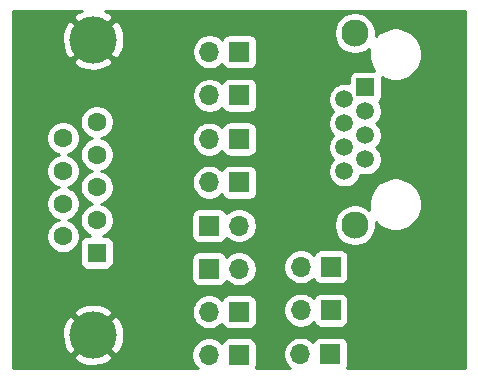
<source format=gbr>
%TF.GenerationSoftware,KiCad,Pcbnew,(5.1.10-1-10_14)*%
%TF.CreationDate,2021-06-16T22:39:50-07:00*%
%TF.ProjectId,XDS-Analog-to-StudioHub,5844532d-416e-4616-9c6f-672d746f2d53,rev?*%
%TF.SameCoordinates,Original*%
%TF.FileFunction,Copper,L2,Bot*%
%TF.FilePolarity,Positive*%
%FSLAX46Y46*%
G04 Gerber Fmt 4.6, Leading zero omitted, Abs format (unit mm)*
G04 Created by KiCad (PCBNEW (5.1.10-1-10_14)) date 2021-06-16 22:39:50*
%MOMM*%
%LPD*%
G01*
G04 APERTURE LIST*
%TA.AperFunction,ComponentPad*%
%ADD10R,1.500000X1.500000*%
%TD*%
%TA.AperFunction,ComponentPad*%
%ADD11C,1.500000*%
%TD*%
%TA.AperFunction,ComponentPad*%
%ADD12C,2.300000*%
%TD*%
%TA.AperFunction,ComponentPad*%
%ADD13O,1.700000X1.700000*%
%TD*%
%TA.AperFunction,ComponentPad*%
%ADD14R,1.700000X1.700000*%
%TD*%
%TA.AperFunction,ComponentPad*%
%ADD15R,1.600000X1.600000*%
%TD*%
%TA.AperFunction,ComponentPad*%
%ADD16C,1.600000*%
%TD*%
%TA.AperFunction,ComponentPad*%
%ADD17C,4.000000*%
%TD*%
%TA.AperFunction,Conductor*%
%ADD18C,0.254000*%
%TD*%
%TA.AperFunction,Conductor*%
%ADD19C,0.100000*%
%TD*%
G04 APERTURE END LIST*
D10*
%TO.P,J1,1*%
%TO.N,Net-(J1-Pad1)*%
X123672600Y-87198200D03*
D11*
%TO.P,J1,3*%
%TO.N,Net-(J1-Pad3)*%
X123672600Y-89230200D03*
%TO.P,J1,5*%
%TO.N,N/C*%
X123672600Y-91262200D03*
%TO.P,J1,7*%
X123672600Y-93294200D03*
%TO.P,J1,2*%
%TO.N,Net-(J1-Pad2)*%
X121892600Y-88214200D03*
%TO.P,J1,4*%
%TO.N,Net-(J1-Pad4)*%
X121892600Y-90246200D03*
%TO.P,J1,6*%
%TO.N,Net-(J1-Pad6)*%
X121892600Y-92278200D03*
%TO.P,J1,8*%
%TO.N,N/C*%
X121892600Y-94310200D03*
D12*
%TO.P,J1,SH*%
%TO.N,Net-(J1-PadSH)*%
X122782600Y-98888200D03*
X122782600Y-82628200D03*
%TD*%
D13*
%TO.P,JP4,2*%
%TO.N,Net-(J2-Pad9)*%
X110474760Y-84201000D03*
D14*
%TO.P,JP4,1*%
%TO.N,Net-(J1-Pad6)*%
X113014760Y-84201000D03*
%TD*%
%TO.P,JP8,1*%
%TO.N,Net-(J1-PadSH)*%
X120716040Y-109804200D03*
D13*
%TO.P,JP8,2*%
%TO.N,N/C*%
X118176040Y-109804200D03*
%TD*%
D15*
%TO.P,J2,1*%
%TO.N,Net-(J2-Pad1)*%
X100929440Y-101213920D03*
D16*
%TO.P,J2,2*%
%TO.N,Net-(J2-Pad2)*%
X100929440Y-98443920D03*
%TO.P,J2,3*%
%TO.N,Net-(J2-Pad3)*%
X100929440Y-95673920D03*
%TO.P,J2,4*%
%TO.N,Net-(J2-Pad2)*%
X100929440Y-92903920D03*
%TO.P,J2,5*%
%TO.N,Net-(J2-Pad5)*%
X100929440Y-90133920D03*
%TO.P,J2,6*%
%TO.N,Net-(J2-Pad6)*%
X98089440Y-99828920D03*
%TO.P,J2,7*%
%TO.N,Net-(J2-Pad2)*%
X98089440Y-97058920D03*
%TO.P,J2,8*%
%TO.N,Net-(J2-Pad8)*%
X98089440Y-94288920D03*
%TO.P,J2,9*%
%TO.N,Net-(J2-Pad9)*%
X98089440Y-91518920D03*
D17*
%TO.P,J2,0*%
%TO.N,Net-(J2-Pad0)*%
X100629440Y-83173920D03*
X100629440Y-108173920D03*
%TD*%
D14*
%TO.P,JP3,1*%
%TO.N,Net-(J1-Pad3)*%
X113014760Y-87904320D03*
D13*
%TO.P,JP3,2*%
%TO.N,Net-(J2-Pad5)*%
X110474760Y-87904320D03*
%TD*%
D14*
%TO.P,JP1,1*%
%TO.N,Net-(J1-Pad6)*%
X110434120Y-98917760D03*
D13*
%TO.P,JP1,2*%
%TO.N,Net-(J1-Pad2)*%
X112974120Y-98917760D03*
%TD*%
%TO.P,JP2,2*%
%TO.N,Net-(J1-Pad1)*%
X112975081Y-102572279D03*
D14*
%TO.P,JP2,1*%
%TO.N,Net-(J1-Pad3)*%
X110435081Y-102572279D03*
%TD*%
D13*
%TO.P,JP5,2*%
%TO.N,Net-(JP5-Pad2)*%
X118211600Y-102412800D03*
D14*
%TO.P,JP5,1*%
%TO.N,Net-(J1-Pad4)*%
X120751600Y-102412800D03*
%TD*%
D13*
%TO.P,JP6,2*%
%TO.N,Net-(J2-Pad6)*%
X110444280Y-106222800D03*
D14*
%TO.P,JP6,1*%
%TO.N,Net-(J1-Pad2)*%
X112984280Y-106222800D03*
%TD*%
%TO.P,JP7,1*%
%TO.N,Net-(J1-Pad1)*%
X112979200Y-109870240D03*
D13*
%TO.P,JP7,2*%
%TO.N,Net-(J2-Pad1)*%
X110439200Y-109870240D03*
%TD*%
D14*
%TO.P,JP9,1*%
%TO.N,Net-(J1-PadSH)*%
X120746520Y-106075480D03*
D13*
%TO.P,JP9,2*%
%TO.N,Net-(JP5-Pad2)*%
X118206520Y-106075480D03*
%TD*%
%TO.P,JP10,2*%
%TO.N,Net-(J2-Pad8)*%
X110453719Y-91594001D03*
D14*
%TO.P,JP10,1*%
%TO.N,Net-(J1-Pad2)*%
X112993719Y-91594001D03*
%TD*%
%TO.P,JP11,1*%
%TO.N,Net-(J1-Pad1)*%
X112993719Y-95255080D03*
D13*
%TO.P,JP11,2*%
%TO.N,Net-(J2-Pad3)*%
X110453719Y-95255080D03*
%TD*%
D18*
%TO.N,Net-(J2-Pad0)*%
X99594914Y-80736641D02*
X99177668Y-80959662D01*
X98961546Y-81326421D01*
X100629440Y-82994315D01*
X102297334Y-81326421D01*
X102081212Y-80959662D01*
X101624809Y-80720800D01*
X132100721Y-80720800D01*
X132100720Y-111018720D01*
X122088349Y-111018720D01*
X122096577Y-111008694D01*
X122155542Y-110898380D01*
X122191852Y-110778682D01*
X122204112Y-110654200D01*
X122204112Y-108954200D01*
X122191852Y-108829718D01*
X122155542Y-108710020D01*
X122096577Y-108599706D01*
X122017225Y-108503015D01*
X121920534Y-108423663D01*
X121810220Y-108364698D01*
X121690522Y-108328388D01*
X121566040Y-108316128D01*
X119866040Y-108316128D01*
X119741558Y-108328388D01*
X119621860Y-108364698D01*
X119511546Y-108423663D01*
X119414855Y-108503015D01*
X119335503Y-108599706D01*
X119276538Y-108710020D01*
X119254527Y-108782580D01*
X119122672Y-108650725D01*
X118879451Y-108488210D01*
X118609198Y-108376268D01*
X118322300Y-108319200D01*
X118029780Y-108319200D01*
X117742882Y-108376268D01*
X117472629Y-108488210D01*
X117229408Y-108650725D01*
X117022565Y-108857568D01*
X116860050Y-109100789D01*
X116748108Y-109371042D01*
X116691040Y-109657940D01*
X116691040Y-109950460D01*
X116748108Y-110237358D01*
X116860050Y-110507611D01*
X117022565Y-110750832D01*
X117229408Y-110957675D01*
X117320768Y-111018720D01*
X114389678Y-111018720D01*
X114418702Y-110964420D01*
X114455012Y-110844722D01*
X114467272Y-110720240D01*
X114467272Y-109020240D01*
X114455012Y-108895758D01*
X114418702Y-108776060D01*
X114359737Y-108665746D01*
X114280385Y-108569055D01*
X114183694Y-108489703D01*
X114073380Y-108430738D01*
X113953682Y-108394428D01*
X113829200Y-108382168D01*
X112129200Y-108382168D01*
X112004718Y-108394428D01*
X111885020Y-108430738D01*
X111774706Y-108489703D01*
X111678015Y-108569055D01*
X111598663Y-108665746D01*
X111539698Y-108776060D01*
X111517687Y-108848620D01*
X111385832Y-108716765D01*
X111142611Y-108554250D01*
X110872358Y-108442308D01*
X110585460Y-108385240D01*
X110292940Y-108385240D01*
X110006042Y-108442308D01*
X109735789Y-108554250D01*
X109492568Y-108716765D01*
X109285725Y-108923608D01*
X109123210Y-109166829D01*
X109011268Y-109437082D01*
X108954200Y-109723980D01*
X108954200Y-110016500D01*
X109011268Y-110303398D01*
X109123210Y-110573651D01*
X109285725Y-110816872D01*
X109487573Y-111018720D01*
X93832280Y-111018720D01*
X93832280Y-110021419D01*
X98961546Y-110021419D01*
X99177668Y-110388178D01*
X99637545Y-110628858D01*
X100135538Y-110775195D01*
X100652511Y-110821568D01*
X101168599Y-110766193D01*
X101663966Y-110611199D01*
X102081212Y-110388178D01*
X102297334Y-110021419D01*
X100629440Y-108353525D01*
X98961546Y-110021419D01*
X93832280Y-110021419D01*
X93832280Y-108196991D01*
X97981792Y-108196991D01*
X98037167Y-108713079D01*
X98192161Y-109208446D01*
X98415182Y-109625692D01*
X98781941Y-109841814D01*
X100449835Y-108173920D01*
X100809045Y-108173920D01*
X102476939Y-109841814D01*
X102843698Y-109625692D01*
X103084378Y-109165815D01*
X103230715Y-108667822D01*
X103277088Y-108150849D01*
X103221713Y-107634761D01*
X103066719Y-107139394D01*
X102843698Y-106722148D01*
X102476939Y-106506026D01*
X100809045Y-108173920D01*
X100449835Y-108173920D01*
X98781941Y-106506026D01*
X98415182Y-106722148D01*
X98174502Y-107182025D01*
X98028165Y-107680018D01*
X97981792Y-108196991D01*
X93832280Y-108196991D01*
X93832280Y-106326421D01*
X98961546Y-106326421D01*
X100629440Y-107994315D01*
X102297334Y-106326421D01*
X102150086Y-106076540D01*
X108959280Y-106076540D01*
X108959280Y-106369060D01*
X109016348Y-106655958D01*
X109128290Y-106926211D01*
X109290805Y-107169432D01*
X109497648Y-107376275D01*
X109740869Y-107538790D01*
X110011122Y-107650732D01*
X110298020Y-107707800D01*
X110590540Y-107707800D01*
X110877438Y-107650732D01*
X111147691Y-107538790D01*
X111390912Y-107376275D01*
X111522767Y-107244420D01*
X111544778Y-107316980D01*
X111603743Y-107427294D01*
X111683095Y-107523985D01*
X111779786Y-107603337D01*
X111890100Y-107662302D01*
X112009798Y-107698612D01*
X112134280Y-107710872D01*
X113834280Y-107710872D01*
X113958762Y-107698612D01*
X114078460Y-107662302D01*
X114188774Y-107603337D01*
X114285465Y-107523985D01*
X114364817Y-107427294D01*
X114423782Y-107316980D01*
X114460092Y-107197282D01*
X114472352Y-107072800D01*
X114472352Y-105929220D01*
X116721520Y-105929220D01*
X116721520Y-106221740D01*
X116778588Y-106508638D01*
X116890530Y-106778891D01*
X117053045Y-107022112D01*
X117259888Y-107228955D01*
X117503109Y-107391470D01*
X117773362Y-107503412D01*
X118060260Y-107560480D01*
X118352780Y-107560480D01*
X118639678Y-107503412D01*
X118909931Y-107391470D01*
X119153152Y-107228955D01*
X119285007Y-107097100D01*
X119307018Y-107169660D01*
X119365983Y-107279974D01*
X119445335Y-107376665D01*
X119542026Y-107456017D01*
X119652340Y-107514982D01*
X119772038Y-107551292D01*
X119896520Y-107563552D01*
X121596520Y-107563552D01*
X121721002Y-107551292D01*
X121840700Y-107514982D01*
X121951014Y-107456017D01*
X122047705Y-107376665D01*
X122127057Y-107279974D01*
X122186022Y-107169660D01*
X122222332Y-107049962D01*
X122234592Y-106925480D01*
X122234592Y-105225480D01*
X122222332Y-105100998D01*
X122186022Y-104981300D01*
X122127057Y-104870986D01*
X122047705Y-104774295D01*
X121951014Y-104694943D01*
X121840700Y-104635978D01*
X121721002Y-104599668D01*
X121596520Y-104587408D01*
X119896520Y-104587408D01*
X119772038Y-104599668D01*
X119652340Y-104635978D01*
X119542026Y-104694943D01*
X119445335Y-104774295D01*
X119365983Y-104870986D01*
X119307018Y-104981300D01*
X119285007Y-105053860D01*
X119153152Y-104922005D01*
X118909931Y-104759490D01*
X118639678Y-104647548D01*
X118352780Y-104590480D01*
X118060260Y-104590480D01*
X117773362Y-104647548D01*
X117503109Y-104759490D01*
X117259888Y-104922005D01*
X117053045Y-105128848D01*
X116890530Y-105372069D01*
X116778588Y-105642322D01*
X116721520Y-105929220D01*
X114472352Y-105929220D01*
X114472352Y-105372800D01*
X114460092Y-105248318D01*
X114423782Y-105128620D01*
X114364817Y-105018306D01*
X114285465Y-104921615D01*
X114188774Y-104842263D01*
X114078460Y-104783298D01*
X113958762Y-104746988D01*
X113834280Y-104734728D01*
X112134280Y-104734728D01*
X112009798Y-104746988D01*
X111890100Y-104783298D01*
X111779786Y-104842263D01*
X111683095Y-104921615D01*
X111603743Y-105018306D01*
X111544778Y-105128620D01*
X111522767Y-105201180D01*
X111390912Y-105069325D01*
X111147691Y-104906810D01*
X110877438Y-104794868D01*
X110590540Y-104737800D01*
X110298020Y-104737800D01*
X110011122Y-104794868D01*
X109740869Y-104906810D01*
X109497648Y-105069325D01*
X109290805Y-105276168D01*
X109128290Y-105519389D01*
X109016348Y-105789642D01*
X108959280Y-106076540D01*
X102150086Y-106076540D01*
X102081212Y-105959662D01*
X101621335Y-105718982D01*
X101123342Y-105572645D01*
X100606369Y-105526272D01*
X100090281Y-105581647D01*
X99594914Y-105736641D01*
X99177668Y-105959662D01*
X98961546Y-106326421D01*
X93832280Y-106326421D01*
X93832280Y-91377585D01*
X96654440Y-91377585D01*
X96654440Y-91660255D01*
X96709587Y-91937494D01*
X96817760Y-92198647D01*
X96974803Y-92433679D01*
X97174681Y-92633557D01*
X97409713Y-92790600D01*
X97670866Y-92898773D01*
X97696741Y-92903920D01*
X97670866Y-92909067D01*
X97409713Y-93017240D01*
X97174681Y-93174283D01*
X96974803Y-93374161D01*
X96817760Y-93609193D01*
X96709587Y-93870346D01*
X96654440Y-94147585D01*
X96654440Y-94430255D01*
X96709587Y-94707494D01*
X96817760Y-94968647D01*
X96974803Y-95203679D01*
X97174681Y-95403557D01*
X97409713Y-95560600D01*
X97670866Y-95668773D01*
X97696741Y-95673920D01*
X97670866Y-95679067D01*
X97409713Y-95787240D01*
X97174681Y-95944283D01*
X96974803Y-96144161D01*
X96817760Y-96379193D01*
X96709587Y-96640346D01*
X96654440Y-96917585D01*
X96654440Y-97200255D01*
X96709587Y-97477494D01*
X96817760Y-97738647D01*
X96974803Y-97973679D01*
X97174681Y-98173557D01*
X97409713Y-98330600D01*
X97670866Y-98438773D01*
X97696741Y-98443920D01*
X97670866Y-98449067D01*
X97409713Y-98557240D01*
X97174681Y-98714283D01*
X96974803Y-98914161D01*
X96817760Y-99149193D01*
X96709587Y-99410346D01*
X96654440Y-99687585D01*
X96654440Y-99970255D01*
X96709587Y-100247494D01*
X96817760Y-100508647D01*
X96974803Y-100743679D01*
X97174681Y-100943557D01*
X97409713Y-101100600D01*
X97670866Y-101208773D01*
X97948105Y-101263920D01*
X98230775Y-101263920D01*
X98508014Y-101208773D01*
X98769167Y-101100600D01*
X99004199Y-100943557D01*
X99204077Y-100743679D01*
X99361120Y-100508647D01*
X99400357Y-100413920D01*
X99491368Y-100413920D01*
X99491368Y-102013920D01*
X99503628Y-102138402D01*
X99539938Y-102258100D01*
X99598903Y-102368414D01*
X99678255Y-102465105D01*
X99774946Y-102544457D01*
X99885260Y-102603422D01*
X100004958Y-102639732D01*
X100129440Y-102651992D01*
X101729440Y-102651992D01*
X101853922Y-102639732D01*
X101973620Y-102603422D01*
X102083934Y-102544457D01*
X102180625Y-102465105D01*
X102259977Y-102368414D01*
X102318942Y-102258100D01*
X102355252Y-102138402D01*
X102367512Y-102013920D01*
X102367512Y-101722279D01*
X108947009Y-101722279D01*
X108947009Y-103422279D01*
X108959269Y-103546761D01*
X108995579Y-103666459D01*
X109054544Y-103776773D01*
X109133896Y-103873464D01*
X109230587Y-103952816D01*
X109340901Y-104011781D01*
X109460599Y-104048091D01*
X109585081Y-104060351D01*
X111285081Y-104060351D01*
X111409563Y-104048091D01*
X111529261Y-104011781D01*
X111639575Y-103952816D01*
X111736266Y-103873464D01*
X111815618Y-103776773D01*
X111874583Y-103666459D01*
X111896594Y-103593899D01*
X112028449Y-103725754D01*
X112271670Y-103888269D01*
X112541923Y-104000211D01*
X112828821Y-104057279D01*
X113121341Y-104057279D01*
X113408239Y-104000211D01*
X113678492Y-103888269D01*
X113921713Y-103725754D01*
X114128556Y-103518911D01*
X114291071Y-103275690D01*
X114403013Y-103005437D01*
X114460081Y-102718539D01*
X114460081Y-102426019D01*
X114428359Y-102266540D01*
X116726600Y-102266540D01*
X116726600Y-102559060D01*
X116783668Y-102845958D01*
X116895610Y-103116211D01*
X117058125Y-103359432D01*
X117264968Y-103566275D01*
X117508189Y-103728790D01*
X117778442Y-103840732D01*
X118065340Y-103897800D01*
X118357860Y-103897800D01*
X118644758Y-103840732D01*
X118915011Y-103728790D01*
X119158232Y-103566275D01*
X119290087Y-103434420D01*
X119312098Y-103506980D01*
X119371063Y-103617294D01*
X119450415Y-103713985D01*
X119547106Y-103793337D01*
X119657420Y-103852302D01*
X119777118Y-103888612D01*
X119901600Y-103900872D01*
X121601600Y-103900872D01*
X121726082Y-103888612D01*
X121845780Y-103852302D01*
X121956094Y-103793337D01*
X122052785Y-103713985D01*
X122132137Y-103617294D01*
X122191102Y-103506980D01*
X122227412Y-103387282D01*
X122239672Y-103262800D01*
X122239672Y-101562800D01*
X122227412Y-101438318D01*
X122191102Y-101318620D01*
X122132137Y-101208306D01*
X122052785Y-101111615D01*
X121956094Y-101032263D01*
X121845780Y-100973298D01*
X121726082Y-100936988D01*
X121601600Y-100924728D01*
X119901600Y-100924728D01*
X119777118Y-100936988D01*
X119657420Y-100973298D01*
X119547106Y-101032263D01*
X119450415Y-101111615D01*
X119371063Y-101208306D01*
X119312098Y-101318620D01*
X119290087Y-101391180D01*
X119158232Y-101259325D01*
X118915011Y-101096810D01*
X118644758Y-100984868D01*
X118357860Y-100927800D01*
X118065340Y-100927800D01*
X117778442Y-100984868D01*
X117508189Y-101096810D01*
X117264968Y-101259325D01*
X117058125Y-101466168D01*
X116895610Y-101709389D01*
X116783668Y-101979642D01*
X116726600Y-102266540D01*
X114428359Y-102266540D01*
X114403013Y-102139121D01*
X114291071Y-101868868D01*
X114128556Y-101625647D01*
X113921713Y-101418804D01*
X113678492Y-101256289D01*
X113408239Y-101144347D01*
X113121341Y-101087279D01*
X112828821Y-101087279D01*
X112541923Y-101144347D01*
X112271670Y-101256289D01*
X112028449Y-101418804D01*
X111896594Y-101550659D01*
X111874583Y-101478099D01*
X111815618Y-101367785D01*
X111736266Y-101271094D01*
X111639575Y-101191742D01*
X111529261Y-101132777D01*
X111409563Y-101096467D01*
X111285081Y-101084207D01*
X109585081Y-101084207D01*
X109460599Y-101096467D01*
X109340901Y-101132777D01*
X109230587Y-101191742D01*
X109133896Y-101271094D01*
X109054544Y-101367785D01*
X108995579Y-101478099D01*
X108959269Y-101597797D01*
X108947009Y-101722279D01*
X102367512Y-101722279D01*
X102367512Y-100413920D01*
X102355252Y-100289438D01*
X102318942Y-100169740D01*
X102259977Y-100059426D01*
X102180625Y-99962735D01*
X102083934Y-99883383D01*
X101973620Y-99824418D01*
X101853922Y-99788108D01*
X101729440Y-99775848D01*
X101463715Y-99775848D01*
X101609167Y-99715600D01*
X101844199Y-99558557D01*
X102044077Y-99358679D01*
X102201120Y-99123647D01*
X102309293Y-98862494D01*
X102364440Y-98585255D01*
X102364440Y-98302585D01*
X102317730Y-98067760D01*
X108946048Y-98067760D01*
X108946048Y-99767760D01*
X108958308Y-99892242D01*
X108994618Y-100011940D01*
X109053583Y-100122254D01*
X109132935Y-100218945D01*
X109229626Y-100298297D01*
X109339940Y-100357262D01*
X109459638Y-100393572D01*
X109584120Y-100405832D01*
X111284120Y-100405832D01*
X111408602Y-100393572D01*
X111528300Y-100357262D01*
X111638614Y-100298297D01*
X111735305Y-100218945D01*
X111814657Y-100122254D01*
X111873622Y-100011940D01*
X111895633Y-99939380D01*
X112027488Y-100071235D01*
X112270709Y-100233750D01*
X112540962Y-100345692D01*
X112827860Y-100402760D01*
X113120380Y-100402760D01*
X113407278Y-100345692D01*
X113677531Y-100233750D01*
X113920752Y-100071235D01*
X114127595Y-99864392D01*
X114290110Y-99621171D01*
X114402052Y-99350918D01*
X114459120Y-99064020D01*
X114459120Y-98771500D01*
X114447363Y-98712393D01*
X120997600Y-98712393D01*
X120997600Y-99064007D01*
X121066196Y-99408865D01*
X121200753Y-99733715D01*
X121396100Y-100026071D01*
X121644729Y-100274700D01*
X121937085Y-100470047D01*
X122261935Y-100604604D01*
X122606793Y-100673200D01*
X122958407Y-100673200D01*
X123303265Y-100604604D01*
X123628115Y-100470047D01*
X123920471Y-100274700D01*
X124169100Y-100026071D01*
X124364447Y-99733715D01*
X124499004Y-99408865D01*
X124567600Y-99064007D01*
X124567600Y-98712393D01*
X124554422Y-98646144D01*
X124771934Y-98863656D01*
X125142089Y-99110986D01*
X125553382Y-99281349D01*
X125990009Y-99368200D01*
X126435191Y-99368200D01*
X126871818Y-99281349D01*
X127283111Y-99110986D01*
X127653266Y-98863656D01*
X127968056Y-98548866D01*
X128215386Y-98178711D01*
X128385749Y-97767418D01*
X128472600Y-97330791D01*
X128472600Y-96885609D01*
X128385749Y-96448982D01*
X128215386Y-96037689D01*
X127968056Y-95667534D01*
X127653266Y-95352744D01*
X127283111Y-95105414D01*
X126871818Y-94935051D01*
X126435191Y-94848200D01*
X125990009Y-94848200D01*
X125553382Y-94935051D01*
X125142089Y-95105414D01*
X124771934Y-95352744D01*
X124457144Y-95667534D01*
X124209814Y-96037689D01*
X124039451Y-96448982D01*
X123952600Y-96885609D01*
X123952600Y-97330791D01*
X124003015Y-97584244D01*
X123920471Y-97501700D01*
X123628115Y-97306353D01*
X123303265Y-97171796D01*
X122958407Y-97103200D01*
X122606793Y-97103200D01*
X122261935Y-97171796D01*
X121937085Y-97306353D01*
X121644729Y-97501700D01*
X121396100Y-97750329D01*
X121200753Y-98042685D01*
X121066196Y-98367535D01*
X120997600Y-98712393D01*
X114447363Y-98712393D01*
X114402052Y-98484602D01*
X114290110Y-98214349D01*
X114127595Y-97971128D01*
X113920752Y-97764285D01*
X113677531Y-97601770D01*
X113407278Y-97489828D01*
X113120380Y-97432760D01*
X112827860Y-97432760D01*
X112540962Y-97489828D01*
X112270709Y-97601770D01*
X112027488Y-97764285D01*
X111895633Y-97896140D01*
X111873622Y-97823580D01*
X111814657Y-97713266D01*
X111735305Y-97616575D01*
X111638614Y-97537223D01*
X111528300Y-97478258D01*
X111408602Y-97441948D01*
X111284120Y-97429688D01*
X109584120Y-97429688D01*
X109459638Y-97441948D01*
X109339940Y-97478258D01*
X109229626Y-97537223D01*
X109132935Y-97616575D01*
X109053583Y-97713266D01*
X108994618Y-97823580D01*
X108958308Y-97943278D01*
X108946048Y-98067760D01*
X102317730Y-98067760D01*
X102309293Y-98025346D01*
X102201120Y-97764193D01*
X102044077Y-97529161D01*
X101844199Y-97329283D01*
X101609167Y-97172240D01*
X101348014Y-97064067D01*
X101322139Y-97058920D01*
X101348014Y-97053773D01*
X101609167Y-96945600D01*
X101844199Y-96788557D01*
X102044077Y-96588679D01*
X102201120Y-96353647D01*
X102309293Y-96092494D01*
X102364440Y-95815255D01*
X102364440Y-95532585D01*
X102309293Y-95255346D01*
X102248601Y-95108820D01*
X108968719Y-95108820D01*
X108968719Y-95401340D01*
X109025787Y-95688238D01*
X109137729Y-95958491D01*
X109300244Y-96201712D01*
X109507087Y-96408555D01*
X109750308Y-96571070D01*
X110020561Y-96683012D01*
X110307459Y-96740080D01*
X110599979Y-96740080D01*
X110886877Y-96683012D01*
X111157130Y-96571070D01*
X111400351Y-96408555D01*
X111532206Y-96276700D01*
X111554217Y-96349260D01*
X111613182Y-96459574D01*
X111692534Y-96556265D01*
X111789225Y-96635617D01*
X111899539Y-96694582D01*
X112019237Y-96730892D01*
X112143719Y-96743152D01*
X113843719Y-96743152D01*
X113968201Y-96730892D01*
X114087899Y-96694582D01*
X114198213Y-96635617D01*
X114294904Y-96556265D01*
X114374256Y-96459574D01*
X114433221Y-96349260D01*
X114469531Y-96229562D01*
X114481791Y-96105080D01*
X114481791Y-94405080D01*
X114469531Y-94280598D01*
X114433221Y-94160900D01*
X114374256Y-94050586D01*
X114294904Y-93953895D01*
X114198213Y-93874543D01*
X114087899Y-93815578D01*
X113968201Y-93779268D01*
X113843719Y-93767008D01*
X112143719Y-93767008D01*
X112019237Y-93779268D01*
X111899539Y-93815578D01*
X111789225Y-93874543D01*
X111692534Y-93953895D01*
X111613182Y-94050586D01*
X111554217Y-94160900D01*
X111532206Y-94233460D01*
X111400351Y-94101605D01*
X111157130Y-93939090D01*
X110886877Y-93827148D01*
X110599979Y-93770080D01*
X110307459Y-93770080D01*
X110020561Y-93827148D01*
X109750308Y-93939090D01*
X109507087Y-94101605D01*
X109300244Y-94308448D01*
X109137729Y-94551669D01*
X109025787Y-94821922D01*
X108968719Y-95108820D01*
X102248601Y-95108820D01*
X102201120Y-94994193D01*
X102044077Y-94759161D01*
X101844199Y-94559283D01*
X101609167Y-94402240D01*
X101348014Y-94294067D01*
X101322139Y-94288920D01*
X101348014Y-94283773D01*
X101609167Y-94175600D01*
X101844199Y-94018557D01*
X102044077Y-93818679D01*
X102201120Y-93583647D01*
X102309293Y-93322494D01*
X102364440Y-93045255D01*
X102364440Y-92762585D01*
X102309293Y-92485346D01*
X102201120Y-92224193D01*
X102044077Y-91989161D01*
X101844199Y-91789283D01*
X101609167Y-91632240D01*
X101348014Y-91524067D01*
X101322139Y-91518920D01*
X101348014Y-91513773D01*
X101507429Y-91447741D01*
X108968719Y-91447741D01*
X108968719Y-91740261D01*
X109025787Y-92027159D01*
X109137729Y-92297412D01*
X109300244Y-92540633D01*
X109507087Y-92747476D01*
X109750308Y-92909991D01*
X110020561Y-93021933D01*
X110307459Y-93079001D01*
X110599979Y-93079001D01*
X110886877Y-93021933D01*
X111157130Y-92909991D01*
X111400351Y-92747476D01*
X111532206Y-92615621D01*
X111554217Y-92688181D01*
X111613182Y-92798495D01*
X111692534Y-92895186D01*
X111789225Y-92974538D01*
X111899539Y-93033503D01*
X112019237Y-93069813D01*
X112143719Y-93082073D01*
X113843719Y-93082073D01*
X113968201Y-93069813D01*
X114087899Y-93033503D01*
X114198213Y-92974538D01*
X114294904Y-92895186D01*
X114374256Y-92798495D01*
X114433221Y-92688181D01*
X114469531Y-92568483D01*
X114481791Y-92444001D01*
X114481791Y-90744001D01*
X114469531Y-90619519D01*
X114433221Y-90499821D01*
X114374256Y-90389507D01*
X114294904Y-90292816D01*
X114198213Y-90213464D01*
X114087899Y-90154499D01*
X113968201Y-90118189D01*
X113843719Y-90105929D01*
X112143719Y-90105929D01*
X112019237Y-90118189D01*
X111899539Y-90154499D01*
X111789225Y-90213464D01*
X111692534Y-90292816D01*
X111613182Y-90389507D01*
X111554217Y-90499821D01*
X111532206Y-90572381D01*
X111400351Y-90440526D01*
X111157130Y-90278011D01*
X110886877Y-90166069D01*
X110599979Y-90109001D01*
X110307459Y-90109001D01*
X110020561Y-90166069D01*
X109750308Y-90278011D01*
X109507087Y-90440526D01*
X109300244Y-90647369D01*
X109137729Y-90890590D01*
X109025787Y-91160843D01*
X108968719Y-91447741D01*
X101507429Y-91447741D01*
X101609167Y-91405600D01*
X101844199Y-91248557D01*
X102044077Y-91048679D01*
X102201120Y-90813647D01*
X102309293Y-90552494D01*
X102364440Y-90275255D01*
X102364440Y-89992585D01*
X102309293Y-89715346D01*
X102201120Y-89454193D01*
X102044077Y-89219161D01*
X101844199Y-89019283D01*
X101609167Y-88862240D01*
X101348014Y-88754067D01*
X101070775Y-88698920D01*
X100788105Y-88698920D01*
X100510866Y-88754067D01*
X100249713Y-88862240D01*
X100014681Y-89019283D01*
X99814803Y-89219161D01*
X99657760Y-89454193D01*
X99549587Y-89715346D01*
X99494440Y-89992585D01*
X99494440Y-90275255D01*
X99549587Y-90552494D01*
X99657760Y-90813647D01*
X99814803Y-91048679D01*
X100014681Y-91248557D01*
X100249713Y-91405600D01*
X100510866Y-91513773D01*
X100536741Y-91518920D01*
X100510866Y-91524067D01*
X100249713Y-91632240D01*
X100014681Y-91789283D01*
X99814803Y-91989161D01*
X99657760Y-92224193D01*
X99549587Y-92485346D01*
X99494440Y-92762585D01*
X99494440Y-93045255D01*
X99549587Y-93322494D01*
X99657760Y-93583647D01*
X99814803Y-93818679D01*
X100014681Y-94018557D01*
X100249713Y-94175600D01*
X100510866Y-94283773D01*
X100536741Y-94288920D01*
X100510866Y-94294067D01*
X100249713Y-94402240D01*
X100014681Y-94559283D01*
X99814803Y-94759161D01*
X99657760Y-94994193D01*
X99549587Y-95255346D01*
X99494440Y-95532585D01*
X99494440Y-95815255D01*
X99549587Y-96092494D01*
X99657760Y-96353647D01*
X99814803Y-96588679D01*
X100014681Y-96788557D01*
X100249713Y-96945600D01*
X100510866Y-97053773D01*
X100536741Y-97058920D01*
X100510866Y-97064067D01*
X100249713Y-97172240D01*
X100014681Y-97329283D01*
X99814803Y-97529161D01*
X99657760Y-97764193D01*
X99549587Y-98025346D01*
X99494440Y-98302585D01*
X99494440Y-98585255D01*
X99549587Y-98862494D01*
X99657760Y-99123647D01*
X99814803Y-99358679D01*
X100014681Y-99558557D01*
X100249713Y-99715600D01*
X100395165Y-99775848D01*
X100129440Y-99775848D01*
X100004958Y-99788108D01*
X99885260Y-99824418D01*
X99774946Y-99883383D01*
X99678255Y-99962735D01*
X99598903Y-100059426D01*
X99539938Y-100169740D01*
X99503628Y-100289438D01*
X99491368Y-100413920D01*
X99400357Y-100413920D01*
X99469293Y-100247494D01*
X99524440Y-99970255D01*
X99524440Y-99687585D01*
X99469293Y-99410346D01*
X99361120Y-99149193D01*
X99204077Y-98914161D01*
X99004199Y-98714283D01*
X98769167Y-98557240D01*
X98508014Y-98449067D01*
X98482139Y-98443920D01*
X98508014Y-98438773D01*
X98769167Y-98330600D01*
X99004199Y-98173557D01*
X99204077Y-97973679D01*
X99361120Y-97738647D01*
X99469293Y-97477494D01*
X99524440Y-97200255D01*
X99524440Y-96917585D01*
X99469293Y-96640346D01*
X99361120Y-96379193D01*
X99204077Y-96144161D01*
X99004199Y-95944283D01*
X98769167Y-95787240D01*
X98508014Y-95679067D01*
X98482139Y-95673920D01*
X98508014Y-95668773D01*
X98769167Y-95560600D01*
X99004199Y-95403557D01*
X99204077Y-95203679D01*
X99361120Y-94968647D01*
X99469293Y-94707494D01*
X99524440Y-94430255D01*
X99524440Y-94147585D01*
X99469293Y-93870346D01*
X99361120Y-93609193D01*
X99204077Y-93374161D01*
X99004199Y-93174283D01*
X98769167Y-93017240D01*
X98508014Y-92909067D01*
X98482139Y-92903920D01*
X98508014Y-92898773D01*
X98769167Y-92790600D01*
X99004199Y-92633557D01*
X99204077Y-92433679D01*
X99361120Y-92198647D01*
X99469293Y-91937494D01*
X99524440Y-91660255D01*
X99524440Y-91377585D01*
X99469293Y-91100346D01*
X99361120Y-90839193D01*
X99204077Y-90604161D01*
X99004199Y-90404283D01*
X98769167Y-90247240D01*
X98508014Y-90139067D01*
X98230775Y-90083920D01*
X97948105Y-90083920D01*
X97670866Y-90139067D01*
X97409713Y-90247240D01*
X97174681Y-90404283D01*
X96974803Y-90604161D01*
X96817760Y-90839193D01*
X96709587Y-91100346D01*
X96654440Y-91377585D01*
X93832280Y-91377585D01*
X93832280Y-87758060D01*
X108989760Y-87758060D01*
X108989760Y-88050580D01*
X109046828Y-88337478D01*
X109158770Y-88607731D01*
X109321285Y-88850952D01*
X109528128Y-89057795D01*
X109771349Y-89220310D01*
X110041602Y-89332252D01*
X110328500Y-89389320D01*
X110621020Y-89389320D01*
X110907918Y-89332252D01*
X111178171Y-89220310D01*
X111421392Y-89057795D01*
X111553247Y-88925940D01*
X111575258Y-88998500D01*
X111634223Y-89108814D01*
X111713575Y-89205505D01*
X111810266Y-89284857D01*
X111920580Y-89343822D01*
X112040278Y-89380132D01*
X112164760Y-89392392D01*
X113864760Y-89392392D01*
X113989242Y-89380132D01*
X114108940Y-89343822D01*
X114219254Y-89284857D01*
X114315945Y-89205505D01*
X114395297Y-89108814D01*
X114454262Y-88998500D01*
X114490572Y-88878802D01*
X114502832Y-88754320D01*
X114502832Y-88077789D01*
X120507600Y-88077789D01*
X120507600Y-88350611D01*
X120560825Y-88618189D01*
X120665229Y-88870243D01*
X120816801Y-89097086D01*
X120949915Y-89230200D01*
X120816801Y-89363314D01*
X120665229Y-89590157D01*
X120560825Y-89842211D01*
X120507600Y-90109789D01*
X120507600Y-90382611D01*
X120560825Y-90650189D01*
X120665229Y-90902243D01*
X120816801Y-91129086D01*
X120949915Y-91262200D01*
X120816801Y-91395314D01*
X120665229Y-91622157D01*
X120560825Y-91874211D01*
X120507600Y-92141789D01*
X120507600Y-92414611D01*
X120560825Y-92682189D01*
X120665229Y-92934243D01*
X120816801Y-93161086D01*
X120949915Y-93294200D01*
X120816801Y-93427314D01*
X120665229Y-93654157D01*
X120560825Y-93906211D01*
X120507600Y-94173789D01*
X120507600Y-94446611D01*
X120560825Y-94714189D01*
X120665229Y-94966243D01*
X120816801Y-95193086D01*
X121009714Y-95385999D01*
X121236557Y-95537571D01*
X121488611Y-95641975D01*
X121756189Y-95695200D01*
X122029011Y-95695200D01*
X122296589Y-95641975D01*
X122548643Y-95537571D01*
X122775486Y-95385999D01*
X122968399Y-95193086D01*
X123119971Y-94966243D01*
X123224375Y-94714189D01*
X123243954Y-94615762D01*
X123268611Y-94625975D01*
X123536189Y-94679200D01*
X123809011Y-94679200D01*
X124076589Y-94625975D01*
X124328643Y-94521571D01*
X124555486Y-94369999D01*
X124748399Y-94177086D01*
X124899971Y-93950243D01*
X125004375Y-93698189D01*
X125057600Y-93430611D01*
X125057600Y-93157789D01*
X125004375Y-92890211D01*
X124899971Y-92638157D01*
X124748399Y-92411314D01*
X124615285Y-92278200D01*
X124748399Y-92145086D01*
X124899971Y-91918243D01*
X125004375Y-91666189D01*
X125057600Y-91398611D01*
X125057600Y-91125789D01*
X125004375Y-90858211D01*
X124899971Y-90606157D01*
X124748399Y-90379314D01*
X124615285Y-90246200D01*
X124748399Y-90113086D01*
X124899971Y-89886243D01*
X125004375Y-89634189D01*
X125057600Y-89366611D01*
X125057600Y-89093789D01*
X125004375Y-88826211D01*
X124899971Y-88574157D01*
X124815276Y-88447402D01*
X124873785Y-88399385D01*
X124953137Y-88302694D01*
X125012102Y-88192380D01*
X125048412Y-88072682D01*
X125060672Y-87948200D01*
X125060672Y-86448200D01*
X125051013Y-86350131D01*
X125142089Y-86410986D01*
X125553382Y-86581349D01*
X125990009Y-86668200D01*
X126435191Y-86668200D01*
X126871818Y-86581349D01*
X127283111Y-86410986D01*
X127653266Y-86163656D01*
X127968056Y-85848866D01*
X128215386Y-85478711D01*
X128385749Y-85067418D01*
X128472600Y-84630791D01*
X128472600Y-84185609D01*
X128385749Y-83748982D01*
X128215386Y-83337689D01*
X127968056Y-82967534D01*
X127653266Y-82652744D01*
X127283111Y-82405414D01*
X126871818Y-82235051D01*
X126435191Y-82148200D01*
X125990009Y-82148200D01*
X125553382Y-82235051D01*
X125142089Y-82405414D01*
X124771934Y-82652744D01*
X124554422Y-82870256D01*
X124567600Y-82804007D01*
X124567600Y-82452393D01*
X124499004Y-82107535D01*
X124364447Y-81782685D01*
X124169100Y-81490329D01*
X123920471Y-81241700D01*
X123628115Y-81046353D01*
X123303265Y-80911796D01*
X122958407Y-80843200D01*
X122606793Y-80843200D01*
X122261935Y-80911796D01*
X121937085Y-81046353D01*
X121644729Y-81241700D01*
X121396100Y-81490329D01*
X121200753Y-81782685D01*
X121066196Y-82107535D01*
X120997600Y-82452393D01*
X120997600Y-82804007D01*
X121066196Y-83148865D01*
X121200753Y-83473715D01*
X121396100Y-83766071D01*
X121644729Y-84014700D01*
X121937085Y-84210047D01*
X122261935Y-84344604D01*
X122606793Y-84413200D01*
X122958407Y-84413200D01*
X123303265Y-84344604D01*
X123628115Y-84210047D01*
X123920471Y-84014700D01*
X124003015Y-83932156D01*
X123952600Y-84185609D01*
X123952600Y-84630791D01*
X124039451Y-85067418D01*
X124209814Y-85478711D01*
X124431870Y-85811041D01*
X124422600Y-85810128D01*
X122922600Y-85810128D01*
X122798118Y-85822388D01*
X122678420Y-85858698D01*
X122568106Y-85917663D01*
X122471415Y-85997015D01*
X122392063Y-86093706D01*
X122333098Y-86204020D01*
X122296788Y-86323718D01*
X122284528Y-86448200D01*
X122284528Y-86880026D01*
X122029011Y-86829200D01*
X121756189Y-86829200D01*
X121488611Y-86882425D01*
X121236557Y-86986829D01*
X121009714Y-87138401D01*
X120816801Y-87331314D01*
X120665229Y-87558157D01*
X120560825Y-87810211D01*
X120507600Y-88077789D01*
X114502832Y-88077789D01*
X114502832Y-87054320D01*
X114490572Y-86929838D01*
X114454262Y-86810140D01*
X114395297Y-86699826D01*
X114315945Y-86603135D01*
X114219254Y-86523783D01*
X114108940Y-86464818D01*
X113989242Y-86428508D01*
X113864760Y-86416248D01*
X112164760Y-86416248D01*
X112040278Y-86428508D01*
X111920580Y-86464818D01*
X111810266Y-86523783D01*
X111713575Y-86603135D01*
X111634223Y-86699826D01*
X111575258Y-86810140D01*
X111553247Y-86882700D01*
X111421392Y-86750845D01*
X111178171Y-86588330D01*
X110907918Y-86476388D01*
X110621020Y-86419320D01*
X110328500Y-86419320D01*
X110041602Y-86476388D01*
X109771349Y-86588330D01*
X109528128Y-86750845D01*
X109321285Y-86957688D01*
X109158770Y-87200909D01*
X109046828Y-87471162D01*
X108989760Y-87758060D01*
X93832280Y-87758060D01*
X93832280Y-85021419D01*
X98961546Y-85021419D01*
X99177668Y-85388178D01*
X99637545Y-85628858D01*
X100135538Y-85775195D01*
X100652511Y-85821568D01*
X101168599Y-85766193D01*
X101663966Y-85611199D01*
X102081212Y-85388178D01*
X102297334Y-85021419D01*
X100629440Y-83353525D01*
X98961546Y-85021419D01*
X93832280Y-85021419D01*
X93832280Y-83196991D01*
X97981792Y-83196991D01*
X98037167Y-83713079D01*
X98192161Y-84208446D01*
X98415182Y-84625692D01*
X98781941Y-84841814D01*
X100449835Y-83173920D01*
X100809045Y-83173920D01*
X102476939Y-84841814D01*
X102843698Y-84625692D01*
X103084378Y-84165815D01*
X103117017Y-84054740D01*
X108989760Y-84054740D01*
X108989760Y-84347260D01*
X109046828Y-84634158D01*
X109158770Y-84904411D01*
X109321285Y-85147632D01*
X109528128Y-85354475D01*
X109771349Y-85516990D01*
X110041602Y-85628932D01*
X110328500Y-85686000D01*
X110621020Y-85686000D01*
X110907918Y-85628932D01*
X111178171Y-85516990D01*
X111421392Y-85354475D01*
X111553247Y-85222620D01*
X111575258Y-85295180D01*
X111634223Y-85405494D01*
X111713575Y-85502185D01*
X111810266Y-85581537D01*
X111920580Y-85640502D01*
X112040278Y-85676812D01*
X112164760Y-85689072D01*
X113864760Y-85689072D01*
X113989242Y-85676812D01*
X114108940Y-85640502D01*
X114219254Y-85581537D01*
X114315945Y-85502185D01*
X114395297Y-85405494D01*
X114454262Y-85295180D01*
X114490572Y-85175482D01*
X114502832Y-85051000D01*
X114502832Y-83351000D01*
X114490572Y-83226518D01*
X114454262Y-83106820D01*
X114395297Y-82996506D01*
X114315945Y-82899815D01*
X114219254Y-82820463D01*
X114108940Y-82761498D01*
X113989242Y-82725188D01*
X113864760Y-82712928D01*
X112164760Y-82712928D01*
X112040278Y-82725188D01*
X111920580Y-82761498D01*
X111810266Y-82820463D01*
X111713575Y-82899815D01*
X111634223Y-82996506D01*
X111575258Y-83106820D01*
X111553247Y-83179380D01*
X111421392Y-83047525D01*
X111178171Y-82885010D01*
X110907918Y-82773068D01*
X110621020Y-82716000D01*
X110328500Y-82716000D01*
X110041602Y-82773068D01*
X109771349Y-82885010D01*
X109528128Y-83047525D01*
X109321285Y-83254368D01*
X109158770Y-83497589D01*
X109046828Y-83767842D01*
X108989760Y-84054740D01*
X103117017Y-84054740D01*
X103230715Y-83667822D01*
X103277088Y-83150849D01*
X103221713Y-82634761D01*
X103066719Y-82139394D01*
X102843698Y-81722148D01*
X102476939Y-81506026D01*
X100809045Y-83173920D01*
X100449835Y-83173920D01*
X98781941Y-81506026D01*
X98415182Y-81722148D01*
X98174502Y-82182025D01*
X98028165Y-82680018D01*
X97981792Y-83196991D01*
X93832280Y-83196991D01*
X93832280Y-80720800D01*
X99645542Y-80720800D01*
X99594914Y-80736641D01*
%TA.AperFunction,Conductor*%
D19*
G36*
X99594914Y-80736641D02*
G01*
X99177668Y-80959662D01*
X98961546Y-81326421D01*
X100629440Y-82994315D01*
X102297334Y-81326421D01*
X102081212Y-80959662D01*
X101624809Y-80720800D01*
X132100721Y-80720800D01*
X132100720Y-111018720D01*
X122088349Y-111018720D01*
X122096577Y-111008694D01*
X122155542Y-110898380D01*
X122191852Y-110778682D01*
X122204112Y-110654200D01*
X122204112Y-108954200D01*
X122191852Y-108829718D01*
X122155542Y-108710020D01*
X122096577Y-108599706D01*
X122017225Y-108503015D01*
X121920534Y-108423663D01*
X121810220Y-108364698D01*
X121690522Y-108328388D01*
X121566040Y-108316128D01*
X119866040Y-108316128D01*
X119741558Y-108328388D01*
X119621860Y-108364698D01*
X119511546Y-108423663D01*
X119414855Y-108503015D01*
X119335503Y-108599706D01*
X119276538Y-108710020D01*
X119254527Y-108782580D01*
X119122672Y-108650725D01*
X118879451Y-108488210D01*
X118609198Y-108376268D01*
X118322300Y-108319200D01*
X118029780Y-108319200D01*
X117742882Y-108376268D01*
X117472629Y-108488210D01*
X117229408Y-108650725D01*
X117022565Y-108857568D01*
X116860050Y-109100789D01*
X116748108Y-109371042D01*
X116691040Y-109657940D01*
X116691040Y-109950460D01*
X116748108Y-110237358D01*
X116860050Y-110507611D01*
X117022565Y-110750832D01*
X117229408Y-110957675D01*
X117320768Y-111018720D01*
X114389678Y-111018720D01*
X114418702Y-110964420D01*
X114455012Y-110844722D01*
X114467272Y-110720240D01*
X114467272Y-109020240D01*
X114455012Y-108895758D01*
X114418702Y-108776060D01*
X114359737Y-108665746D01*
X114280385Y-108569055D01*
X114183694Y-108489703D01*
X114073380Y-108430738D01*
X113953682Y-108394428D01*
X113829200Y-108382168D01*
X112129200Y-108382168D01*
X112004718Y-108394428D01*
X111885020Y-108430738D01*
X111774706Y-108489703D01*
X111678015Y-108569055D01*
X111598663Y-108665746D01*
X111539698Y-108776060D01*
X111517687Y-108848620D01*
X111385832Y-108716765D01*
X111142611Y-108554250D01*
X110872358Y-108442308D01*
X110585460Y-108385240D01*
X110292940Y-108385240D01*
X110006042Y-108442308D01*
X109735789Y-108554250D01*
X109492568Y-108716765D01*
X109285725Y-108923608D01*
X109123210Y-109166829D01*
X109011268Y-109437082D01*
X108954200Y-109723980D01*
X108954200Y-110016500D01*
X109011268Y-110303398D01*
X109123210Y-110573651D01*
X109285725Y-110816872D01*
X109487573Y-111018720D01*
X93832280Y-111018720D01*
X93832280Y-110021419D01*
X98961546Y-110021419D01*
X99177668Y-110388178D01*
X99637545Y-110628858D01*
X100135538Y-110775195D01*
X100652511Y-110821568D01*
X101168599Y-110766193D01*
X101663966Y-110611199D01*
X102081212Y-110388178D01*
X102297334Y-110021419D01*
X100629440Y-108353525D01*
X98961546Y-110021419D01*
X93832280Y-110021419D01*
X93832280Y-108196991D01*
X97981792Y-108196991D01*
X98037167Y-108713079D01*
X98192161Y-109208446D01*
X98415182Y-109625692D01*
X98781941Y-109841814D01*
X100449835Y-108173920D01*
X100809045Y-108173920D01*
X102476939Y-109841814D01*
X102843698Y-109625692D01*
X103084378Y-109165815D01*
X103230715Y-108667822D01*
X103277088Y-108150849D01*
X103221713Y-107634761D01*
X103066719Y-107139394D01*
X102843698Y-106722148D01*
X102476939Y-106506026D01*
X100809045Y-108173920D01*
X100449835Y-108173920D01*
X98781941Y-106506026D01*
X98415182Y-106722148D01*
X98174502Y-107182025D01*
X98028165Y-107680018D01*
X97981792Y-108196991D01*
X93832280Y-108196991D01*
X93832280Y-106326421D01*
X98961546Y-106326421D01*
X100629440Y-107994315D01*
X102297334Y-106326421D01*
X102150086Y-106076540D01*
X108959280Y-106076540D01*
X108959280Y-106369060D01*
X109016348Y-106655958D01*
X109128290Y-106926211D01*
X109290805Y-107169432D01*
X109497648Y-107376275D01*
X109740869Y-107538790D01*
X110011122Y-107650732D01*
X110298020Y-107707800D01*
X110590540Y-107707800D01*
X110877438Y-107650732D01*
X111147691Y-107538790D01*
X111390912Y-107376275D01*
X111522767Y-107244420D01*
X111544778Y-107316980D01*
X111603743Y-107427294D01*
X111683095Y-107523985D01*
X111779786Y-107603337D01*
X111890100Y-107662302D01*
X112009798Y-107698612D01*
X112134280Y-107710872D01*
X113834280Y-107710872D01*
X113958762Y-107698612D01*
X114078460Y-107662302D01*
X114188774Y-107603337D01*
X114285465Y-107523985D01*
X114364817Y-107427294D01*
X114423782Y-107316980D01*
X114460092Y-107197282D01*
X114472352Y-107072800D01*
X114472352Y-105929220D01*
X116721520Y-105929220D01*
X116721520Y-106221740D01*
X116778588Y-106508638D01*
X116890530Y-106778891D01*
X117053045Y-107022112D01*
X117259888Y-107228955D01*
X117503109Y-107391470D01*
X117773362Y-107503412D01*
X118060260Y-107560480D01*
X118352780Y-107560480D01*
X118639678Y-107503412D01*
X118909931Y-107391470D01*
X119153152Y-107228955D01*
X119285007Y-107097100D01*
X119307018Y-107169660D01*
X119365983Y-107279974D01*
X119445335Y-107376665D01*
X119542026Y-107456017D01*
X119652340Y-107514982D01*
X119772038Y-107551292D01*
X119896520Y-107563552D01*
X121596520Y-107563552D01*
X121721002Y-107551292D01*
X121840700Y-107514982D01*
X121951014Y-107456017D01*
X122047705Y-107376665D01*
X122127057Y-107279974D01*
X122186022Y-107169660D01*
X122222332Y-107049962D01*
X122234592Y-106925480D01*
X122234592Y-105225480D01*
X122222332Y-105100998D01*
X122186022Y-104981300D01*
X122127057Y-104870986D01*
X122047705Y-104774295D01*
X121951014Y-104694943D01*
X121840700Y-104635978D01*
X121721002Y-104599668D01*
X121596520Y-104587408D01*
X119896520Y-104587408D01*
X119772038Y-104599668D01*
X119652340Y-104635978D01*
X119542026Y-104694943D01*
X119445335Y-104774295D01*
X119365983Y-104870986D01*
X119307018Y-104981300D01*
X119285007Y-105053860D01*
X119153152Y-104922005D01*
X118909931Y-104759490D01*
X118639678Y-104647548D01*
X118352780Y-104590480D01*
X118060260Y-104590480D01*
X117773362Y-104647548D01*
X117503109Y-104759490D01*
X117259888Y-104922005D01*
X117053045Y-105128848D01*
X116890530Y-105372069D01*
X116778588Y-105642322D01*
X116721520Y-105929220D01*
X114472352Y-105929220D01*
X114472352Y-105372800D01*
X114460092Y-105248318D01*
X114423782Y-105128620D01*
X114364817Y-105018306D01*
X114285465Y-104921615D01*
X114188774Y-104842263D01*
X114078460Y-104783298D01*
X113958762Y-104746988D01*
X113834280Y-104734728D01*
X112134280Y-104734728D01*
X112009798Y-104746988D01*
X111890100Y-104783298D01*
X111779786Y-104842263D01*
X111683095Y-104921615D01*
X111603743Y-105018306D01*
X111544778Y-105128620D01*
X111522767Y-105201180D01*
X111390912Y-105069325D01*
X111147691Y-104906810D01*
X110877438Y-104794868D01*
X110590540Y-104737800D01*
X110298020Y-104737800D01*
X110011122Y-104794868D01*
X109740869Y-104906810D01*
X109497648Y-105069325D01*
X109290805Y-105276168D01*
X109128290Y-105519389D01*
X109016348Y-105789642D01*
X108959280Y-106076540D01*
X102150086Y-106076540D01*
X102081212Y-105959662D01*
X101621335Y-105718982D01*
X101123342Y-105572645D01*
X100606369Y-105526272D01*
X100090281Y-105581647D01*
X99594914Y-105736641D01*
X99177668Y-105959662D01*
X98961546Y-106326421D01*
X93832280Y-106326421D01*
X93832280Y-91377585D01*
X96654440Y-91377585D01*
X96654440Y-91660255D01*
X96709587Y-91937494D01*
X96817760Y-92198647D01*
X96974803Y-92433679D01*
X97174681Y-92633557D01*
X97409713Y-92790600D01*
X97670866Y-92898773D01*
X97696741Y-92903920D01*
X97670866Y-92909067D01*
X97409713Y-93017240D01*
X97174681Y-93174283D01*
X96974803Y-93374161D01*
X96817760Y-93609193D01*
X96709587Y-93870346D01*
X96654440Y-94147585D01*
X96654440Y-94430255D01*
X96709587Y-94707494D01*
X96817760Y-94968647D01*
X96974803Y-95203679D01*
X97174681Y-95403557D01*
X97409713Y-95560600D01*
X97670866Y-95668773D01*
X97696741Y-95673920D01*
X97670866Y-95679067D01*
X97409713Y-95787240D01*
X97174681Y-95944283D01*
X96974803Y-96144161D01*
X96817760Y-96379193D01*
X96709587Y-96640346D01*
X96654440Y-96917585D01*
X96654440Y-97200255D01*
X96709587Y-97477494D01*
X96817760Y-97738647D01*
X96974803Y-97973679D01*
X97174681Y-98173557D01*
X97409713Y-98330600D01*
X97670866Y-98438773D01*
X97696741Y-98443920D01*
X97670866Y-98449067D01*
X97409713Y-98557240D01*
X97174681Y-98714283D01*
X96974803Y-98914161D01*
X96817760Y-99149193D01*
X96709587Y-99410346D01*
X96654440Y-99687585D01*
X96654440Y-99970255D01*
X96709587Y-100247494D01*
X96817760Y-100508647D01*
X96974803Y-100743679D01*
X97174681Y-100943557D01*
X97409713Y-101100600D01*
X97670866Y-101208773D01*
X97948105Y-101263920D01*
X98230775Y-101263920D01*
X98508014Y-101208773D01*
X98769167Y-101100600D01*
X99004199Y-100943557D01*
X99204077Y-100743679D01*
X99361120Y-100508647D01*
X99400357Y-100413920D01*
X99491368Y-100413920D01*
X99491368Y-102013920D01*
X99503628Y-102138402D01*
X99539938Y-102258100D01*
X99598903Y-102368414D01*
X99678255Y-102465105D01*
X99774946Y-102544457D01*
X99885260Y-102603422D01*
X100004958Y-102639732D01*
X100129440Y-102651992D01*
X101729440Y-102651992D01*
X101853922Y-102639732D01*
X101973620Y-102603422D01*
X102083934Y-102544457D01*
X102180625Y-102465105D01*
X102259977Y-102368414D01*
X102318942Y-102258100D01*
X102355252Y-102138402D01*
X102367512Y-102013920D01*
X102367512Y-101722279D01*
X108947009Y-101722279D01*
X108947009Y-103422279D01*
X108959269Y-103546761D01*
X108995579Y-103666459D01*
X109054544Y-103776773D01*
X109133896Y-103873464D01*
X109230587Y-103952816D01*
X109340901Y-104011781D01*
X109460599Y-104048091D01*
X109585081Y-104060351D01*
X111285081Y-104060351D01*
X111409563Y-104048091D01*
X111529261Y-104011781D01*
X111639575Y-103952816D01*
X111736266Y-103873464D01*
X111815618Y-103776773D01*
X111874583Y-103666459D01*
X111896594Y-103593899D01*
X112028449Y-103725754D01*
X112271670Y-103888269D01*
X112541923Y-104000211D01*
X112828821Y-104057279D01*
X113121341Y-104057279D01*
X113408239Y-104000211D01*
X113678492Y-103888269D01*
X113921713Y-103725754D01*
X114128556Y-103518911D01*
X114291071Y-103275690D01*
X114403013Y-103005437D01*
X114460081Y-102718539D01*
X114460081Y-102426019D01*
X114428359Y-102266540D01*
X116726600Y-102266540D01*
X116726600Y-102559060D01*
X116783668Y-102845958D01*
X116895610Y-103116211D01*
X117058125Y-103359432D01*
X117264968Y-103566275D01*
X117508189Y-103728790D01*
X117778442Y-103840732D01*
X118065340Y-103897800D01*
X118357860Y-103897800D01*
X118644758Y-103840732D01*
X118915011Y-103728790D01*
X119158232Y-103566275D01*
X119290087Y-103434420D01*
X119312098Y-103506980D01*
X119371063Y-103617294D01*
X119450415Y-103713985D01*
X119547106Y-103793337D01*
X119657420Y-103852302D01*
X119777118Y-103888612D01*
X119901600Y-103900872D01*
X121601600Y-103900872D01*
X121726082Y-103888612D01*
X121845780Y-103852302D01*
X121956094Y-103793337D01*
X122052785Y-103713985D01*
X122132137Y-103617294D01*
X122191102Y-103506980D01*
X122227412Y-103387282D01*
X122239672Y-103262800D01*
X122239672Y-101562800D01*
X122227412Y-101438318D01*
X122191102Y-101318620D01*
X122132137Y-101208306D01*
X122052785Y-101111615D01*
X121956094Y-101032263D01*
X121845780Y-100973298D01*
X121726082Y-100936988D01*
X121601600Y-100924728D01*
X119901600Y-100924728D01*
X119777118Y-100936988D01*
X119657420Y-100973298D01*
X119547106Y-101032263D01*
X119450415Y-101111615D01*
X119371063Y-101208306D01*
X119312098Y-101318620D01*
X119290087Y-101391180D01*
X119158232Y-101259325D01*
X118915011Y-101096810D01*
X118644758Y-100984868D01*
X118357860Y-100927800D01*
X118065340Y-100927800D01*
X117778442Y-100984868D01*
X117508189Y-101096810D01*
X117264968Y-101259325D01*
X117058125Y-101466168D01*
X116895610Y-101709389D01*
X116783668Y-101979642D01*
X116726600Y-102266540D01*
X114428359Y-102266540D01*
X114403013Y-102139121D01*
X114291071Y-101868868D01*
X114128556Y-101625647D01*
X113921713Y-101418804D01*
X113678492Y-101256289D01*
X113408239Y-101144347D01*
X113121341Y-101087279D01*
X112828821Y-101087279D01*
X112541923Y-101144347D01*
X112271670Y-101256289D01*
X112028449Y-101418804D01*
X111896594Y-101550659D01*
X111874583Y-101478099D01*
X111815618Y-101367785D01*
X111736266Y-101271094D01*
X111639575Y-101191742D01*
X111529261Y-101132777D01*
X111409563Y-101096467D01*
X111285081Y-101084207D01*
X109585081Y-101084207D01*
X109460599Y-101096467D01*
X109340901Y-101132777D01*
X109230587Y-101191742D01*
X109133896Y-101271094D01*
X109054544Y-101367785D01*
X108995579Y-101478099D01*
X108959269Y-101597797D01*
X108947009Y-101722279D01*
X102367512Y-101722279D01*
X102367512Y-100413920D01*
X102355252Y-100289438D01*
X102318942Y-100169740D01*
X102259977Y-100059426D01*
X102180625Y-99962735D01*
X102083934Y-99883383D01*
X101973620Y-99824418D01*
X101853922Y-99788108D01*
X101729440Y-99775848D01*
X101463715Y-99775848D01*
X101609167Y-99715600D01*
X101844199Y-99558557D01*
X102044077Y-99358679D01*
X102201120Y-99123647D01*
X102309293Y-98862494D01*
X102364440Y-98585255D01*
X102364440Y-98302585D01*
X102317730Y-98067760D01*
X108946048Y-98067760D01*
X108946048Y-99767760D01*
X108958308Y-99892242D01*
X108994618Y-100011940D01*
X109053583Y-100122254D01*
X109132935Y-100218945D01*
X109229626Y-100298297D01*
X109339940Y-100357262D01*
X109459638Y-100393572D01*
X109584120Y-100405832D01*
X111284120Y-100405832D01*
X111408602Y-100393572D01*
X111528300Y-100357262D01*
X111638614Y-100298297D01*
X111735305Y-100218945D01*
X111814657Y-100122254D01*
X111873622Y-100011940D01*
X111895633Y-99939380D01*
X112027488Y-100071235D01*
X112270709Y-100233750D01*
X112540962Y-100345692D01*
X112827860Y-100402760D01*
X113120380Y-100402760D01*
X113407278Y-100345692D01*
X113677531Y-100233750D01*
X113920752Y-100071235D01*
X114127595Y-99864392D01*
X114290110Y-99621171D01*
X114402052Y-99350918D01*
X114459120Y-99064020D01*
X114459120Y-98771500D01*
X114447363Y-98712393D01*
X120997600Y-98712393D01*
X120997600Y-99064007D01*
X121066196Y-99408865D01*
X121200753Y-99733715D01*
X121396100Y-100026071D01*
X121644729Y-100274700D01*
X121937085Y-100470047D01*
X122261935Y-100604604D01*
X122606793Y-100673200D01*
X122958407Y-100673200D01*
X123303265Y-100604604D01*
X123628115Y-100470047D01*
X123920471Y-100274700D01*
X124169100Y-100026071D01*
X124364447Y-99733715D01*
X124499004Y-99408865D01*
X124567600Y-99064007D01*
X124567600Y-98712393D01*
X124554422Y-98646144D01*
X124771934Y-98863656D01*
X125142089Y-99110986D01*
X125553382Y-99281349D01*
X125990009Y-99368200D01*
X126435191Y-99368200D01*
X126871818Y-99281349D01*
X127283111Y-99110986D01*
X127653266Y-98863656D01*
X127968056Y-98548866D01*
X128215386Y-98178711D01*
X128385749Y-97767418D01*
X128472600Y-97330791D01*
X128472600Y-96885609D01*
X128385749Y-96448982D01*
X128215386Y-96037689D01*
X127968056Y-95667534D01*
X127653266Y-95352744D01*
X127283111Y-95105414D01*
X126871818Y-94935051D01*
X126435191Y-94848200D01*
X125990009Y-94848200D01*
X125553382Y-94935051D01*
X125142089Y-95105414D01*
X124771934Y-95352744D01*
X124457144Y-95667534D01*
X124209814Y-96037689D01*
X124039451Y-96448982D01*
X123952600Y-96885609D01*
X123952600Y-97330791D01*
X124003015Y-97584244D01*
X123920471Y-97501700D01*
X123628115Y-97306353D01*
X123303265Y-97171796D01*
X122958407Y-97103200D01*
X122606793Y-97103200D01*
X122261935Y-97171796D01*
X121937085Y-97306353D01*
X121644729Y-97501700D01*
X121396100Y-97750329D01*
X121200753Y-98042685D01*
X121066196Y-98367535D01*
X120997600Y-98712393D01*
X114447363Y-98712393D01*
X114402052Y-98484602D01*
X114290110Y-98214349D01*
X114127595Y-97971128D01*
X113920752Y-97764285D01*
X113677531Y-97601770D01*
X113407278Y-97489828D01*
X113120380Y-97432760D01*
X112827860Y-97432760D01*
X112540962Y-97489828D01*
X112270709Y-97601770D01*
X112027488Y-97764285D01*
X111895633Y-97896140D01*
X111873622Y-97823580D01*
X111814657Y-97713266D01*
X111735305Y-97616575D01*
X111638614Y-97537223D01*
X111528300Y-97478258D01*
X111408602Y-97441948D01*
X111284120Y-97429688D01*
X109584120Y-97429688D01*
X109459638Y-97441948D01*
X109339940Y-97478258D01*
X109229626Y-97537223D01*
X109132935Y-97616575D01*
X109053583Y-97713266D01*
X108994618Y-97823580D01*
X108958308Y-97943278D01*
X108946048Y-98067760D01*
X102317730Y-98067760D01*
X102309293Y-98025346D01*
X102201120Y-97764193D01*
X102044077Y-97529161D01*
X101844199Y-97329283D01*
X101609167Y-97172240D01*
X101348014Y-97064067D01*
X101322139Y-97058920D01*
X101348014Y-97053773D01*
X101609167Y-96945600D01*
X101844199Y-96788557D01*
X102044077Y-96588679D01*
X102201120Y-96353647D01*
X102309293Y-96092494D01*
X102364440Y-95815255D01*
X102364440Y-95532585D01*
X102309293Y-95255346D01*
X102248601Y-95108820D01*
X108968719Y-95108820D01*
X108968719Y-95401340D01*
X109025787Y-95688238D01*
X109137729Y-95958491D01*
X109300244Y-96201712D01*
X109507087Y-96408555D01*
X109750308Y-96571070D01*
X110020561Y-96683012D01*
X110307459Y-96740080D01*
X110599979Y-96740080D01*
X110886877Y-96683012D01*
X111157130Y-96571070D01*
X111400351Y-96408555D01*
X111532206Y-96276700D01*
X111554217Y-96349260D01*
X111613182Y-96459574D01*
X111692534Y-96556265D01*
X111789225Y-96635617D01*
X111899539Y-96694582D01*
X112019237Y-96730892D01*
X112143719Y-96743152D01*
X113843719Y-96743152D01*
X113968201Y-96730892D01*
X114087899Y-96694582D01*
X114198213Y-96635617D01*
X114294904Y-96556265D01*
X114374256Y-96459574D01*
X114433221Y-96349260D01*
X114469531Y-96229562D01*
X114481791Y-96105080D01*
X114481791Y-94405080D01*
X114469531Y-94280598D01*
X114433221Y-94160900D01*
X114374256Y-94050586D01*
X114294904Y-93953895D01*
X114198213Y-93874543D01*
X114087899Y-93815578D01*
X113968201Y-93779268D01*
X113843719Y-93767008D01*
X112143719Y-93767008D01*
X112019237Y-93779268D01*
X111899539Y-93815578D01*
X111789225Y-93874543D01*
X111692534Y-93953895D01*
X111613182Y-94050586D01*
X111554217Y-94160900D01*
X111532206Y-94233460D01*
X111400351Y-94101605D01*
X111157130Y-93939090D01*
X110886877Y-93827148D01*
X110599979Y-93770080D01*
X110307459Y-93770080D01*
X110020561Y-93827148D01*
X109750308Y-93939090D01*
X109507087Y-94101605D01*
X109300244Y-94308448D01*
X109137729Y-94551669D01*
X109025787Y-94821922D01*
X108968719Y-95108820D01*
X102248601Y-95108820D01*
X102201120Y-94994193D01*
X102044077Y-94759161D01*
X101844199Y-94559283D01*
X101609167Y-94402240D01*
X101348014Y-94294067D01*
X101322139Y-94288920D01*
X101348014Y-94283773D01*
X101609167Y-94175600D01*
X101844199Y-94018557D01*
X102044077Y-93818679D01*
X102201120Y-93583647D01*
X102309293Y-93322494D01*
X102364440Y-93045255D01*
X102364440Y-92762585D01*
X102309293Y-92485346D01*
X102201120Y-92224193D01*
X102044077Y-91989161D01*
X101844199Y-91789283D01*
X101609167Y-91632240D01*
X101348014Y-91524067D01*
X101322139Y-91518920D01*
X101348014Y-91513773D01*
X101507429Y-91447741D01*
X108968719Y-91447741D01*
X108968719Y-91740261D01*
X109025787Y-92027159D01*
X109137729Y-92297412D01*
X109300244Y-92540633D01*
X109507087Y-92747476D01*
X109750308Y-92909991D01*
X110020561Y-93021933D01*
X110307459Y-93079001D01*
X110599979Y-93079001D01*
X110886877Y-93021933D01*
X111157130Y-92909991D01*
X111400351Y-92747476D01*
X111532206Y-92615621D01*
X111554217Y-92688181D01*
X111613182Y-92798495D01*
X111692534Y-92895186D01*
X111789225Y-92974538D01*
X111899539Y-93033503D01*
X112019237Y-93069813D01*
X112143719Y-93082073D01*
X113843719Y-93082073D01*
X113968201Y-93069813D01*
X114087899Y-93033503D01*
X114198213Y-92974538D01*
X114294904Y-92895186D01*
X114374256Y-92798495D01*
X114433221Y-92688181D01*
X114469531Y-92568483D01*
X114481791Y-92444001D01*
X114481791Y-90744001D01*
X114469531Y-90619519D01*
X114433221Y-90499821D01*
X114374256Y-90389507D01*
X114294904Y-90292816D01*
X114198213Y-90213464D01*
X114087899Y-90154499D01*
X113968201Y-90118189D01*
X113843719Y-90105929D01*
X112143719Y-90105929D01*
X112019237Y-90118189D01*
X111899539Y-90154499D01*
X111789225Y-90213464D01*
X111692534Y-90292816D01*
X111613182Y-90389507D01*
X111554217Y-90499821D01*
X111532206Y-90572381D01*
X111400351Y-90440526D01*
X111157130Y-90278011D01*
X110886877Y-90166069D01*
X110599979Y-90109001D01*
X110307459Y-90109001D01*
X110020561Y-90166069D01*
X109750308Y-90278011D01*
X109507087Y-90440526D01*
X109300244Y-90647369D01*
X109137729Y-90890590D01*
X109025787Y-91160843D01*
X108968719Y-91447741D01*
X101507429Y-91447741D01*
X101609167Y-91405600D01*
X101844199Y-91248557D01*
X102044077Y-91048679D01*
X102201120Y-90813647D01*
X102309293Y-90552494D01*
X102364440Y-90275255D01*
X102364440Y-89992585D01*
X102309293Y-89715346D01*
X102201120Y-89454193D01*
X102044077Y-89219161D01*
X101844199Y-89019283D01*
X101609167Y-88862240D01*
X101348014Y-88754067D01*
X101070775Y-88698920D01*
X100788105Y-88698920D01*
X100510866Y-88754067D01*
X100249713Y-88862240D01*
X100014681Y-89019283D01*
X99814803Y-89219161D01*
X99657760Y-89454193D01*
X99549587Y-89715346D01*
X99494440Y-89992585D01*
X99494440Y-90275255D01*
X99549587Y-90552494D01*
X99657760Y-90813647D01*
X99814803Y-91048679D01*
X100014681Y-91248557D01*
X100249713Y-91405600D01*
X100510866Y-91513773D01*
X100536741Y-91518920D01*
X100510866Y-91524067D01*
X100249713Y-91632240D01*
X100014681Y-91789283D01*
X99814803Y-91989161D01*
X99657760Y-92224193D01*
X99549587Y-92485346D01*
X99494440Y-92762585D01*
X99494440Y-93045255D01*
X99549587Y-93322494D01*
X99657760Y-93583647D01*
X99814803Y-93818679D01*
X100014681Y-94018557D01*
X100249713Y-94175600D01*
X100510866Y-94283773D01*
X100536741Y-94288920D01*
X100510866Y-94294067D01*
X100249713Y-94402240D01*
X100014681Y-94559283D01*
X99814803Y-94759161D01*
X99657760Y-94994193D01*
X99549587Y-95255346D01*
X99494440Y-95532585D01*
X99494440Y-95815255D01*
X99549587Y-96092494D01*
X99657760Y-96353647D01*
X99814803Y-96588679D01*
X100014681Y-96788557D01*
X100249713Y-96945600D01*
X100510866Y-97053773D01*
X100536741Y-97058920D01*
X100510866Y-97064067D01*
X100249713Y-97172240D01*
X100014681Y-97329283D01*
X99814803Y-97529161D01*
X99657760Y-97764193D01*
X99549587Y-98025346D01*
X99494440Y-98302585D01*
X99494440Y-98585255D01*
X99549587Y-98862494D01*
X99657760Y-99123647D01*
X99814803Y-99358679D01*
X100014681Y-99558557D01*
X100249713Y-99715600D01*
X100395165Y-99775848D01*
X100129440Y-99775848D01*
X100004958Y-99788108D01*
X99885260Y-99824418D01*
X99774946Y-99883383D01*
X99678255Y-99962735D01*
X99598903Y-100059426D01*
X99539938Y-100169740D01*
X99503628Y-100289438D01*
X99491368Y-100413920D01*
X99400357Y-100413920D01*
X99469293Y-100247494D01*
X99524440Y-99970255D01*
X99524440Y-99687585D01*
X99469293Y-99410346D01*
X99361120Y-99149193D01*
X99204077Y-98914161D01*
X99004199Y-98714283D01*
X98769167Y-98557240D01*
X98508014Y-98449067D01*
X98482139Y-98443920D01*
X98508014Y-98438773D01*
X98769167Y-98330600D01*
X99004199Y-98173557D01*
X99204077Y-97973679D01*
X99361120Y-97738647D01*
X99469293Y-97477494D01*
X99524440Y-97200255D01*
X99524440Y-96917585D01*
X99469293Y-96640346D01*
X99361120Y-96379193D01*
X99204077Y-96144161D01*
X99004199Y-95944283D01*
X98769167Y-95787240D01*
X98508014Y-95679067D01*
X98482139Y-95673920D01*
X98508014Y-95668773D01*
X98769167Y-95560600D01*
X99004199Y-95403557D01*
X99204077Y-95203679D01*
X99361120Y-94968647D01*
X99469293Y-94707494D01*
X99524440Y-94430255D01*
X99524440Y-94147585D01*
X99469293Y-93870346D01*
X99361120Y-93609193D01*
X99204077Y-93374161D01*
X99004199Y-93174283D01*
X98769167Y-93017240D01*
X98508014Y-92909067D01*
X98482139Y-92903920D01*
X98508014Y-92898773D01*
X98769167Y-92790600D01*
X99004199Y-92633557D01*
X99204077Y-92433679D01*
X99361120Y-92198647D01*
X99469293Y-91937494D01*
X99524440Y-91660255D01*
X99524440Y-91377585D01*
X99469293Y-91100346D01*
X99361120Y-90839193D01*
X99204077Y-90604161D01*
X99004199Y-90404283D01*
X98769167Y-90247240D01*
X98508014Y-90139067D01*
X98230775Y-90083920D01*
X97948105Y-90083920D01*
X97670866Y-90139067D01*
X97409713Y-90247240D01*
X97174681Y-90404283D01*
X96974803Y-90604161D01*
X96817760Y-90839193D01*
X96709587Y-91100346D01*
X96654440Y-91377585D01*
X93832280Y-91377585D01*
X93832280Y-87758060D01*
X108989760Y-87758060D01*
X108989760Y-88050580D01*
X109046828Y-88337478D01*
X109158770Y-88607731D01*
X109321285Y-88850952D01*
X109528128Y-89057795D01*
X109771349Y-89220310D01*
X110041602Y-89332252D01*
X110328500Y-89389320D01*
X110621020Y-89389320D01*
X110907918Y-89332252D01*
X111178171Y-89220310D01*
X111421392Y-89057795D01*
X111553247Y-88925940D01*
X111575258Y-88998500D01*
X111634223Y-89108814D01*
X111713575Y-89205505D01*
X111810266Y-89284857D01*
X111920580Y-89343822D01*
X112040278Y-89380132D01*
X112164760Y-89392392D01*
X113864760Y-89392392D01*
X113989242Y-89380132D01*
X114108940Y-89343822D01*
X114219254Y-89284857D01*
X114315945Y-89205505D01*
X114395297Y-89108814D01*
X114454262Y-88998500D01*
X114490572Y-88878802D01*
X114502832Y-88754320D01*
X114502832Y-88077789D01*
X120507600Y-88077789D01*
X120507600Y-88350611D01*
X120560825Y-88618189D01*
X120665229Y-88870243D01*
X120816801Y-89097086D01*
X120949915Y-89230200D01*
X120816801Y-89363314D01*
X120665229Y-89590157D01*
X120560825Y-89842211D01*
X120507600Y-90109789D01*
X120507600Y-90382611D01*
X120560825Y-90650189D01*
X120665229Y-90902243D01*
X120816801Y-91129086D01*
X120949915Y-91262200D01*
X120816801Y-91395314D01*
X120665229Y-91622157D01*
X120560825Y-91874211D01*
X120507600Y-92141789D01*
X120507600Y-92414611D01*
X120560825Y-92682189D01*
X120665229Y-92934243D01*
X120816801Y-93161086D01*
X120949915Y-93294200D01*
X120816801Y-93427314D01*
X120665229Y-93654157D01*
X120560825Y-93906211D01*
X120507600Y-94173789D01*
X120507600Y-94446611D01*
X120560825Y-94714189D01*
X120665229Y-94966243D01*
X120816801Y-95193086D01*
X121009714Y-95385999D01*
X121236557Y-95537571D01*
X121488611Y-95641975D01*
X121756189Y-95695200D01*
X122029011Y-95695200D01*
X122296589Y-95641975D01*
X122548643Y-95537571D01*
X122775486Y-95385999D01*
X122968399Y-95193086D01*
X123119971Y-94966243D01*
X123224375Y-94714189D01*
X123243954Y-94615762D01*
X123268611Y-94625975D01*
X123536189Y-94679200D01*
X123809011Y-94679200D01*
X124076589Y-94625975D01*
X124328643Y-94521571D01*
X124555486Y-94369999D01*
X124748399Y-94177086D01*
X124899971Y-93950243D01*
X125004375Y-93698189D01*
X125057600Y-93430611D01*
X125057600Y-93157789D01*
X125004375Y-92890211D01*
X124899971Y-92638157D01*
X124748399Y-92411314D01*
X124615285Y-92278200D01*
X124748399Y-92145086D01*
X124899971Y-91918243D01*
X125004375Y-91666189D01*
X125057600Y-91398611D01*
X125057600Y-91125789D01*
X125004375Y-90858211D01*
X124899971Y-90606157D01*
X124748399Y-90379314D01*
X124615285Y-90246200D01*
X124748399Y-90113086D01*
X124899971Y-89886243D01*
X125004375Y-89634189D01*
X125057600Y-89366611D01*
X125057600Y-89093789D01*
X125004375Y-88826211D01*
X124899971Y-88574157D01*
X124815276Y-88447402D01*
X124873785Y-88399385D01*
X124953137Y-88302694D01*
X125012102Y-88192380D01*
X125048412Y-88072682D01*
X125060672Y-87948200D01*
X125060672Y-86448200D01*
X125051013Y-86350131D01*
X125142089Y-86410986D01*
X125553382Y-86581349D01*
X125990009Y-86668200D01*
X126435191Y-86668200D01*
X126871818Y-86581349D01*
X127283111Y-86410986D01*
X127653266Y-86163656D01*
X127968056Y-85848866D01*
X128215386Y-85478711D01*
X128385749Y-85067418D01*
X128472600Y-84630791D01*
X128472600Y-84185609D01*
X128385749Y-83748982D01*
X128215386Y-83337689D01*
X127968056Y-82967534D01*
X127653266Y-82652744D01*
X127283111Y-82405414D01*
X126871818Y-82235051D01*
X126435191Y-82148200D01*
X125990009Y-82148200D01*
X125553382Y-82235051D01*
X125142089Y-82405414D01*
X124771934Y-82652744D01*
X124554422Y-82870256D01*
X124567600Y-82804007D01*
X124567600Y-82452393D01*
X124499004Y-82107535D01*
X124364447Y-81782685D01*
X124169100Y-81490329D01*
X123920471Y-81241700D01*
X123628115Y-81046353D01*
X123303265Y-80911796D01*
X122958407Y-80843200D01*
X122606793Y-80843200D01*
X122261935Y-80911796D01*
X121937085Y-81046353D01*
X121644729Y-81241700D01*
X121396100Y-81490329D01*
X121200753Y-81782685D01*
X121066196Y-82107535D01*
X120997600Y-82452393D01*
X120997600Y-82804007D01*
X121066196Y-83148865D01*
X121200753Y-83473715D01*
X121396100Y-83766071D01*
X121644729Y-84014700D01*
X121937085Y-84210047D01*
X122261935Y-84344604D01*
X122606793Y-84413200D01*
X122958407Y-84413200D01*
X123303265Y-84344604D01*
X123628115Y-84210047D01*
X123920471Y-84014700D01*
X124003015Y-83932156D01*
X123952600Y-84185609D01*
X123952600Y-84630791D01*
X124039451Y-85067418D01*
X124209814Y-85478711D01*
X124431870Y-85811041D01*
X124422600Y-85810128D01*
X122922600Y-85810128D01*
X122798118Y-85822388D01*
X122678420Y-85858698D01*
X122568106Y-85917663D01*
X122471415Y-85997015D01*
X122392063Y-86093706D01*
X122333098Y-86204020D01*
X122296788Y-86323718D01*
X122284528Y-86448200D01*
X122284528Y-86880026D01*
X122029011Y-86829200D01*
X121756189Y-86829200D01*
X121488611Y-86882425D01*
X121236557Y-86986829D01*
X121009714Y-87138401D01*
X120816801Y-87331314D01*
X120665229Y-87558157D01*
X120560825Y-87810211D01*
X120507600Y-88077789D01*
X114502832Y-88077789D01*
X114502832Y-87054320D01*
X114490572Y-86929838D01*
X114454262Y-86810140D01*
X114395297Y-86699826D01*
X114315945Y-86603135D01*
X114219254Y-86523783D01*
X114108940Y-86464818D01*
X113989242Y-86428508D01*
X113864760Y-86416248D01*
X112164760Y-86416248D01*
X112040278Y-86428508D01*
X111920580Y-86464818D01*
X111810266Y-86523783D01*
X111713575Y-86603135D01*
X111634223Y-86699826D01*
X111575258Y-86810140D01*
X111553247Y-86882700D01*
X111421392Y-86750845D01*
X111178171Y-86588330D01*
X110907918Y-86476388D01*
X110621020Y-86419320D01*
X110328500Y-86419320D01*
X110041602Y-86476388D01*
X109771349Y-86588330D01*
X109528128Y-86750845D01*
X109321285Y-86957688D01*
X109158770Y-87200909D01*
X109046828Y-87471162D01*
X108989760Y-87758060D01*
X93832280Y-87758060D01*
X93832280Y-85021419D01*
X98961546Y-85021419D01*
X99177668Y-85388178D01*
X99637545Y-85628858D01*
X100135538Y-85775195D01*
X100652511Y-85821568D01*
X101168599Y-85766193D01*
X101663966Y-85611199D01*
X102081212Y-85388178D01*
X102297334Y-85021419D01*
X100629440Y-83353525D01*
X98961546Y-85021419D01*
X93832280Y-85021419D01*
X93832280Y-83196991D01*
X97981792Y-83196991D01*
X98037167Y-83713079D01*
X98192161Y-84208446D01*
X98415182Y-84625692D01*
X98781941Y-84841814D01*
X100449835Y-83173920D01*
X100809045Y-83173920D01*
X102476939Y-84841814D01*
X102843698Y-84625692D01*
X103084378Y-84165815D01*
X103117017Y-84054740D01*
X108989760Y-84054740D01*
X108989760Y-84347260D01*
X109046828Y-84634158D01*
X109158770Y-84904411D01*
X109321285Y-85147632D01*
X109528128Y-85354475D01*
X109771349Y-85516990D01*
X110041602Y-85628932D01*
X110328500Y-85686000D01*
X110621020Y-85686000D01*
X110907918Y-85628932D01*
X111178171Y-85516990D01*
X111421392Y-85354475D01*
X111553247Y-85222620D01*
X111575258Y-85295180D01*
X111634223Y-85405494D01*
X111713575Y-85502185D01*
X111810266Y-85581537D01*
X111920580Y-85640502D01*
X112040278Y-85676812D01*
X112164760Y-85689072D01*
X113864760Y-85689072D01*
X113989242Y-85676812D01*
X114108940Y-85640502D01*
X114219254Y-85581537D01*
X114315945Y-85502185D01*
X114395297Y-85405494D01*
X114454262Y-85295180D01*
X114490572Y-85175482D01*
X114502832Y-85051000D01*
X114502832Y-83351000D01*
X114490572Y-83226518D01*
X114454262Y-83106820D01*
X114395297Y-82996506D01*
X114315945Y-82899815D01*
X114219254Y-82820463D01*
X114108940Y-82761498D01*
X113989242Y-82725188D01*
X113864760Y-82712928D01*
X112164760Y-82712928D01*
X112040278Y-82725188D01*
X111920580Y-82761498D01*
X111810266Y-82820463D01*
X111713575Y-82899815D01*
X111634223Y-82996506D01*
X111575258Y-83106820D01*
X111553247Y-83179380D01*
X111421392Y-83047525D01*
X111178171Y-82885010D01*
X110907918Y-82773068D01*
X110621020Y-82716000D01*
X110328500Y-82716000D01*
X110041602Y-82773068D01*
X109771349Y-82885010D01*
X109528128Y-83047525D01*
X109321285Y-83254368D01*
X109158770Y-83497589D01*
X109046828Y-83767842D01*
X108989760Y-84054740D01*
X103117017Y-84054740D01*
X103230715Y-83667822D01*
X103277088Y-83150849D01*
X103221713Y-82634761D01*
X103066719Y-82139394D01*
X102843698Y-81722148D01*
X102476939Y-81506026D01*
X100809045Y-83173920D01*
X100449835Y-83173920D01*
X98781941Y-81506026D01*
X98415182Y-81722148D01*
X98174502Y-82182025D01*
X98028165Y-82680018D01*
X97981792Y-83196991D01*
X93832280Y-83196991D01*
X93832280Y-80720800D01*
X99645542Y-80720800D01*
X99594914Y-80736641D01*
G37*
%TD.AperFunction*%
%TD*%
M02*

</source>
